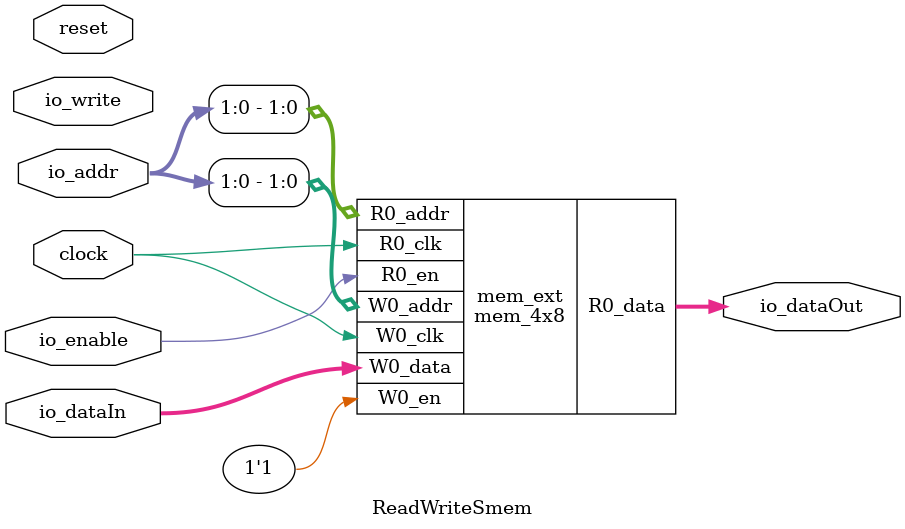
<source format=v>
module mem_4x8(
  input  [1:0] R0_addr,
  input        R0_en,
               R0_clk,
  input  [1:0] W0_addr,
  input        W0_en,
               W0_clk,
  input  [7:0] W0_data,
  output [7:0] R0_data
);

  reg [7:0] Memory[0:3];
  reg       _R0_en_d0;
  reg [1:0] _R0_addr_d0;
  always @(posedge R0_clk) begin
    _R0_en_d0 <= R0_en;
    _R0_addr_d0 <= R0_addr;
  end // always @(posedge)
  always @(posedge W0_clk) begin
    if (W0_en)
      Memory[W0_addr] <= W0_data;
  end // always @(posedge)
  assign R0_data = _R0_en_d0 ? Memory[_R0_addr_d0] : 8'bx;
endmodule

module ReadWriteSmem(
  input        clock,
               reset,
               io_enable,
               io_write,
  input  [9:0] io_addr,
  input  [7:0] io_dataIn,
  output [7:0] io_dataOut
);

  mem_4x8 mem_ext (
    .R0_addr (io_addr[1:0]),
    .R0_en   (io_enable),
    .R0_clk  (clock),
    .W0_addr (io_addr[1:0]),
    .W0_en   (1'h1),
    .W0_clk  (clock),
    .W0_data (io_dataIn),
    .R0_data (io_dataOut)
  );
endmodule


</source>
